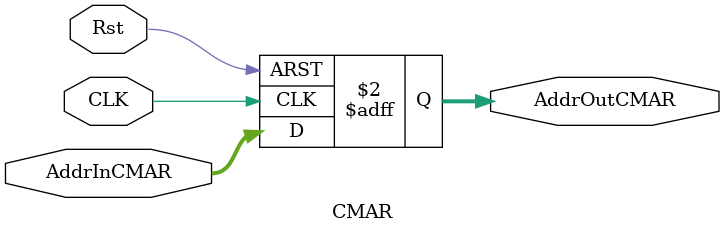
<source format=v>
module CMAR(CLK,AddrInCMAR,AddrOutCMAR,Rst);
input[3:0] AddrInCMAR;
input CLK,Rst;
output reg[3:0] AddrOutCMAR;
always@(posedge CLK,posedge Rst) begin
    if(Rst) AddrOutCMAR<=4'b0000;
    else
    AddrOutCMAR<=AddrInCMAR;
end
endmodule
</source>
